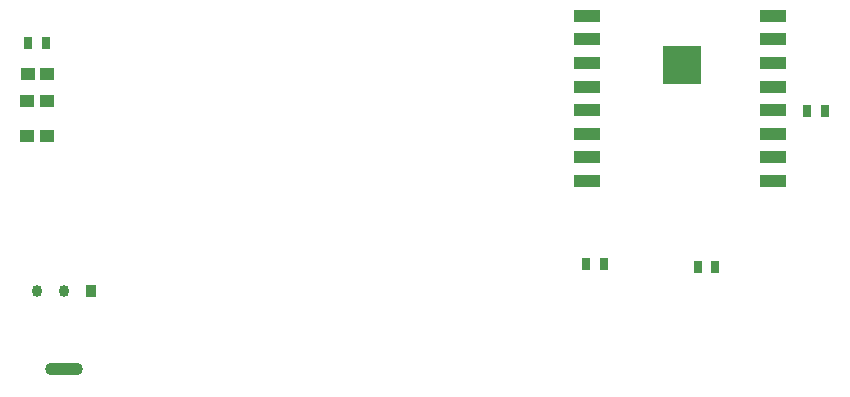
<source format=gtp>
G04*
G04 #@! TF.GenerationSoftware,Altium Limited,Altium Designer,24.10.1 (45)*
G04*
G04 Layer_Color=8421504*
%FSLAX44Y44*%
%MOMM*%
G71*
G04*
G04 #@! TF.SameCoordinates,565968F8-0361-4AAA-87F1-21D5076EFA40*
G04*
G04*
G04 #@! TF.FilePolarity,Positive*
G04*
G01*
G75*
%ADD13R,2.2000X1.1000*%
%ADD14R,3.2000X3.2000*%
%ADD15R,1.2065X1.0682*%
%ADD16R,0.8000X1.0000*%
%ADD17R,0.8721X1.0043*%
G04:AMPARAMS|DCode=18|XSize=1.0043mm|YSize=0.8721mm|CornerRadius=0.4361mm|HoleSize=0mm|Usage=FLASHONLY|Rotation=270.000|XOffset=0mm|YOffset=0mm|HoleType=Round|Shape=RoundedRectangle|*
%AMROUNDEDRECTD18*
21,1,1.0043,0.0000,0,0,270.0*
21,1,0.1322,0.8721,0,0,270.0*
1,1,0.8721,0.0000,-0.0661*
1,1,0.8721,0.0000,0.0661*
1,1,0.8721,0.0000,0.0661*
1,1,0.8721,0.0000,-0.0661*
%
%ADD18ROUNDEDRECTD18*%
G04:AMPARAMS|DCode=19|XSize=1.0043mm|YSize=3.1821mm|CornerRadius=0.4369mm|HoleSize=0mm|Usage=FLASHONLY|Rotation=270.000|XOffset=0mm|YOffset=0mm|HoleType=Round|Shape=RoundedRectangle|*
%AMROUNDEDRECTD19*
21,1,1.0043,2.3084,0,0,270.0*
21,1,0.1306,3.1821,0,0,270.0*
1,1,0.8737,-1.1542,-0.0653*
1,1,0.8737,-1.1542,0.0653*
1,1,0.8737,1.1542,0.0653*
1,1,0.8737,1.1542,-0.0653*
%
%ADD19ROUNDEDRECTD19*%
D13*
X544316Y323124D02*
D03*
Y303124D02*
D03*
Y283124D02*
D03*
Y263124D02*
D03*
Y243124D02*
D03*
Y223124D02*
D03*
Y203124D02*
D03*
Y183124D02*
D03*
X702316D02*
D03*
Y203124D02*
D03*
Y223124D02*
D03*
Y243124D02*
D03*
Y263124D02*
D03*
Y283124D02*
D03*
Y303124D02*
D03*
Y323124D02*
D03*
D14*
X625316Y281624D02*
D03*
D15*
X70859Y250698D02*
D03*
X87376D02*
D03*
X87383Y220980D02*
D03*
X70866D02*
D03*
X87761Y274066D02*
D03*
X71243D02*
D03*
D16*
X71494Y299720D02*
D03*
X86494D02*
D03*
X559054Y113284D02*
D03*
X544054D02*
D03*
X746132Y242570D02*
D03*
X731132D02*
D03*
X638422Y110744D02*
D03*
X653422D02*
D03*
D17*
X125008Y90100D02*
D03*
D18*
X102108D02*
D03*
X79208D02*
D03*
D19*
X102108Y24200D02*
D03*
M02*

</source>
